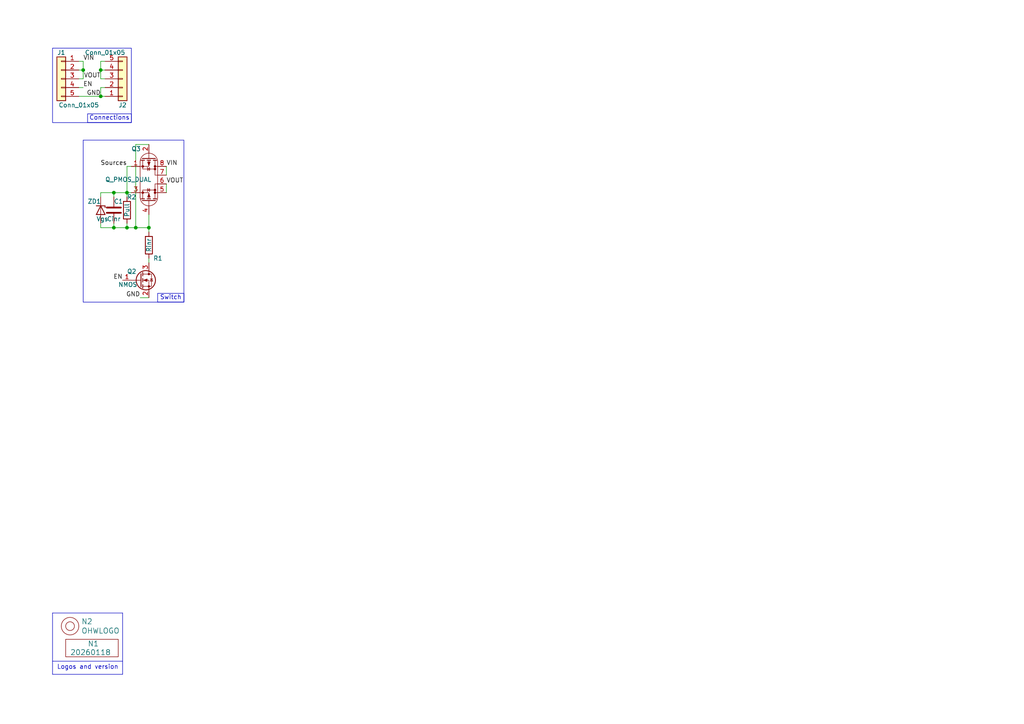
<source format=kicad_sch>
(kicad_sch (version 20250114) (generator "eeschema") (generator_version "9.0")
  (paper "A4")
  (lib_symbols
    (symbol "Connector_Generic:Conn_01x05" (pin_names (offset 1.016) (hide yes))
      (property "Reference" "J" (at 0 7.62 0))
      (property "Value" "Conn_01x05" (at 0 -7.62 0))
      (symbol "Conn_01x05_1_1"
        (rectangle (start -1.27 6.35) (end 1.27 -6.35) (stroke (width 0.254)) (fill (type background)))
        (rectangle (start -1.27 5.207) (end 0 4.953) (stroke (width 0.1524)))
        (rectangle (start -1.27 2.667) (end 0 2.413) (stroke (width 0.1524)))
        (rectangle (start -1.27 0.127) (end 0 -0.127) (stroke (width 0.1524)))
        (rectangle (start -1.27 -2.413) (end 0 -2.667) (stroke (width 0.1524)))
        (rectangle (start -1.27 -4.953) (end 0 -5.207) (stroke (width 0.1524)))
        (pin passive line (at -5.08 5.08 0) (length 3.81) (name "Pin_1") (number "1"))
        (pin passive line (at -5.08 2.54 0) (length 3.81) (name "Pin_2") (number "2"))
        (pin passive line (at -5.08 0 0) (length 3.81) (name "Pin_3") (number "3"))
        (pin passive line (at -5.08 -2.54 0) (length 3.81) (name "Pin_4") (number "4"))
        (pin passive line (at -5.08 -5.08 0) (length 3.81) (name "Pin_5") (number "5"))
      )
    )
    (symbol "Device:C" (pin_numbers (hide yes)) (pin_names (offset 0.254))
      (property "Reference" "C" (at 0.635 2.54 0))
      (property "Value" "C" (at 0.635 -2.54 0))
      (symbol "C_0_1"
        (polyline (pts (xy -2.032 0.762) (xy 2.032 0.762)) (stroke (width 0.508)))
        (polyline (pts (xy -2.032 -0.762) (xy 2.032 -0.762)) (stroke (width 0.508)))
      )
      (symbol "C_1_1"
        (pin passive line (at 0 3.81 270) (length 2.794) (name "~") (number "1"))
        (pin passive line (at 0 -3.81 90) (length 2.794) (name "~") (number "2"))
      )
    )
    (symbol "Device:D_Zener" (pin_numbers (hide yes)) (pin_names (offset 1.016) (hide yes))
      (property "Reference" "D" (at 0 2.54 0))
      (property "Value" "D_Zener" (at 0 -2.54 0))
      (symbol "D_Zener_0_1"
        (polyline (pts (xy -1.27 -1.27) (xy -1.27 1.27) (xy -0.762 1.27)) (stroke (width 0.254)))
        (polyline (pts (xy 1.27 0) (xy -1.27 0)))
        (polyline (pts (xy 1.27 -1.27) (xy 1.27 1.27) (xy -1.27 0) (xy 1.27 -1.27)) (stroke (width 0.254)))
      )
      (symbol "D_Zener_1_1"
        (pin passive line (at -3.81 0 0) (length 2.54) (name "K") (number "1"))
        (pin passive line (at 3.81 0 180) (length 2.54) (name "A") (number "2"))
      )
    )
    (symbol "Device:R" (pin_numbers (hide yes)) (pin_names (offset 0))
      (property "Reference" "R" (at 2.032 0 90))
      (property "Value" "R" (at 0 0 90))
      (symbol "R_0_1"
        (rectangle (start -1.016 -2.54) (end 1.016 2.54) (stroke (width 0.254)))
      )
      (symbol "R_1_1"
        (pin passive line (at 0 3.81 270) (length 1.27) (name "~") (number "1"))
        (pin passive line (at 0 -3.81 90) (length 1.27) (name "~") (number "2"))
      )
    )
    (symbol "SquantorDevice:Q_PMOS_dual_8pin" (pin_names (offset 0) (hide yes))
      (property "Reference" "Q" (at 7.62 2.54 0))
      (property "Value" "Q_PMOS_DUAL" (at 7.62 -2.54 0))
      (symbol "Q_PMOS_dual_8pin_0_1"
        (polyline (pts (xy -6.35 0) (xy -7.62 0)))
        (polyline (pts (xy -6.2992 0) (xy -6.096 0)))
        (polyline (pts (xy -6.096 1.905) (xy -6.096 -1.905) (xy -6.096 -1.905)) (stroke (width 0.254)))
        (polyline (pts (xy -5.588 2.286) (xy -5.588 1.27)) (stroke (width 0.254)))
        (polyline (pts (xy -5.588 1.778) (xy -3.81 1.778)))
        (polyline (pts (xy -5.588 0.508) (xy -5.588 -0.508)) (stroke (width 0.254)))
        (polyline (pts (xy -5.588 0) (xy -3.81 0)))
        (polyline (pts (xy -5.588 -1.27) (xy -5.588 -2.286)) (stroke (width 0.254)))
        (polyline (pts (xy -5.588 -1.778) (xy -3.81 -1.778)))
        (polyline (pts (xy -5.08 2.54) (xy 5.08 2.54)))
        (arc (start -5.091 -2.54) (mid -7.62 0) (end -5.091 2.54))
        (polyline (pts (xy -4.064 0) (xy -5.08 -0.381) (xy -5.08 0.381) (xy -4.064 0)) (fill (type outline)))
        (polyline (pts (xy -3.81 2.54) (xy -3.81 1.778)))
        (circle (center -3.81 1.778) (radius 0.2794) (fill (type outline)))
        (circle (center -3.81 -1.778) (radius 0.2794) (fill (type outline)))
        (polyline (pts (xy -3.81 -1.778) (xy -3.81 0)))
        (polyline (pts (xy -3.81 -1.778) (xy -3.81 -2.54)))
        (polyline (pts (xy -3.81 -1.778) (xy -3.048 -1.778) (xy -3.048 1.778) (xy -3.81 1.778)))
        (polyline (pts (xy -3.556 -0.508) (xy -3.429 -0.381) (xy -2.667 -0.381) (xy -2.54 -0.254)))
        (circle (center -3.048 1.778) (radius 0.2794) (fill (type outline)))
        (polyline (pts (xy -3.048 1.778) (xy -1.27 1.778) (xy -1.27 2.54)))
        (polyline (pts (xy -3.048 -0.381) (xy -3.429 0.254) (xy -2.667 0.254) (xy -3.048 -0.381)))
        (polyline (pts (xy 3.048 1.778) (xy 1.27 1.778) (xy 1.27 2.54)))
        (circle (center 3.048 1.778) (radius 0.2794) (fill (type outline)))
        (polyline (pts (xy 3.048 -0.381) (xy 3.429 0.254) (xy 2.667 0.254) (xy 3.048 -0.381)))
        (polyline (pts (xy 3.556 -0.508) (xy 3.429 -0.381) (xy 2.667 -0.381) (xy 2.54 -0.254)))
        (polyline (pts (xy 3.81 2.54) (xy 3.81 1.778)))
        (circle (center 3.81 1.778) (radius 0.2794) (fill (type outline)))
        (polyline (pts (xy 3.81 -1.778) (xy 3.81 0)))
        (polyline (pts (xy 3.81 -1.778) (xy 3.81 -2.54)))
        (polyline (pts (xy 3.81 -1.778) (xy 3.048 -1.778) (xy 3.048 1.778) (xy 3.81 1.778)))
        (circle (center 3.81 -1.778) (radius 0.2794) (fill (type outline)))
        (polyline (pts (xy 4.064 0) (xy 5.08 -0.381) (xy 5.08 0.381) (xy 4.064 0)) (fill (type outline)))
        (arc (start 5.091 2.54) (mid 7.62 0) (end 5.091 -2.54))
        (polyline (pts (xy 5.08 -2.54) (xy -5.08 -2.54)))
        (polyline (pts (xy 5.588 2.286) (xy 5.588 1.27)) (stroke (width 0.254)))
        (polyline (pts (xy 5.588 1.778) (xy 3.81 1.778)))
        (polyline (pts (xy 5.588 0.508) (xy 5.588 -0.508)) (stroke (width 0.254)))
        (polyline (pts (xy 5.588 0) (xy 3.81 0)))
        (polyline (pts (xy 5.588 -1.27) (xy 5.588 -2.286)) (stroke (width 0.254)))
        (polyline (pts (xy 5.588 -1.778) (xy 3.81 -1.778)))
        (polyline (pts (xy 6.096 1.905) (xy 6.096 -1.905) (xy 6.096 -1.905)) (stroke (width 0.254)))
        (polyline (pts (xy 6.2992 0) (xy 6.096 0)))
        (polyline (pts (xy 7.62 0) (xy 6.35 0)))
      )
      (symbol "Q_PMOS_dual_8pin_1_1"
        (pin input line (at -10.16 0 0) (length 2.54) (name "G1") (number "2"))
        (pin passive line (at -3.81 5.08 270) (length 2.54) (name "D1") (number "8"))
        (pin passive line (at -3.81 -5.08 90) (length 2.54) (name "S1") (number "1"))
        (pin passive line (at -1.27 5.08 270) (length 2.54) (name "D1") (number "7"))
        (pin passive line (at 1.27 5.08 270) (length 2.54) (name "D2") (number "6"))
        (pin passive line (at 3.81 5.08 270) (length 2.54) (name "D2") (number "5"))
        (pin passive line (at 3.81 -5.08 90) (length 2.54) (name "S2") (number "3"))
        (pin input line (at 10.16 0 180) (length 2.54) (name "G2") (number "4"))
      )
    )
    (symbol "SquantorLabels:OHWLOGO" (pin_names (offset 1.016))
      (property "Reference" "N" (at 0 3.81 0))
      (property "Value" "OHWLOGO" (at 0 -3.81 0))
      (symbol "OHWLOGO_0_1"
        (circle (center 0 0) (radius 1.27))
        (circle (center 0 0) (radius 2.54))
      )
    )
    (symbol "SquantorLabels:VYYYYMMDD" (pin_names (offset 1.016))
      (property "Reference" "N" (at 0 2.54 0))
      (property "Value" "VYYYYMMDD" (at 0 0 0))
      (symbol "VYYYYMMDD_0_1"
        (rectangle (start 7.62 -1.27) (end -7.62 3.81))
      )
    )
    (symbol "Transistor_FET:Q_NMOS_GSD" (pin_names (offset 0) (hide yes))
      (property "Reference" "Q" (at 5.08 1.905 0))
      (property "Value" "Q_NMOS_GSD" (at 5.08 0 0))
      (symbol "Q_NMOS_GSD_0_1"
        (polyline (pts (xy 0.254 1.905) (xy 0.254 -1.905)) (stroke (width 0.254)))
        (polyline (pts (xy 0.254 0) (xy -2.54 0)))
        (polyline (pts (xy 0.762 2.286) (xy 0.762 1.27)) (stroke (width 0.254)))
        (polyline (pts (xy 0.762 0.508) (xy 0.762 -0.508)) (stroke (width 0.254)))
        (polyline (pts (xy 0.762 -1.27) (xy 0.762 -2.286)) (stroke (width 0.254)))
        (polyline (pts (xy 0.762 -1.778) (xy 3.302 -1.778) (xy 3.302 1.778) (xy 0.762 1.778)))
        (polyline (pts (xy 1.016 0) (xy 2.032 0.381) (xy 2.032 -0.381) (xy 1.016 0)) (fill (type outline)))
        (circle (center 1.651 0) (radius 2.794) (stroke (width 0.254)))
        (polyline (pts (xy 2.54 2.54) (xy 2.54 1.778)))
        (circle (center 2.54 1.778) (radius 0.254) (fill (type outline)))
        (circle (center 2.54 -1.778) (radius 0.254) (fill (type outline)))
        (polyline (pts (xy 2.54 -2.54) (xy 2.54 0) (xy 0.762 0)))
        (polyline (pts (xy 2.921 0.381) (xy 3.683 0.381)))
        (polyline (pts (xy 3.302 0.381) (xy 2.921 -0.254) (xy 3.683 -0.254) (xy 3.302 0.381)))
      )
      (symbol "Q_NMOS_GSD_1_1"
        (pin input line (at -5.08 0 0) (length 2.54) (name "G") (number "1"))
        (pin passive line (at 2.54 5.08 270) (length 2.54) (name "D") (number "3"))
        (pin passive line (at 2.54 -5.08 90) (length 2.54) (name "S") (number "2"))
      )
    )
  )
  (rectangle (start 24.13 40.64) (end 53.34 87.63))
  (rectangle (start 25.4 33.02) (end 38.1 35.56))
  (rectangle (start 45.72 85.09) (end 53.34 87.63))
  (rectangle (start 15.24 13.97) (end 38.1 35.56))
  (text "Logos and version" (at 16.51 194.31 0) (effects (font (size 1.27 1.27)) (justify left bottom)))
  (text "Connections" (at 31.75 34.29 0) (effects (font (size 1.27 1.27))))
  (text "Switch" (at 49.53 86.36 0) (effects (font (size 1.27 1.27))))
  (junction (at 43.18 66.04))
  (junction (at 33.02 66.04))
  (junction (at 39.37 66.04))
  (junction (at 24.13 20.32))
  (junction (at 29.21 27.94))
  (junction (at 29.21 20.32))
  (junction (at 36.83 66.04))
  (junction (at 33.02 55.88))
  (junction (at 36.83 55.88))
  (wire (pts (xy 30.48 17.78) (xy 29.21 17.78)))
  (wire (pts (xy 43.18 66.04) (xy 43.18 67.31)))
  (wire (pts (xy 22.86 20.32) (xy 24.13 20.32)))
  (wire (pts (xy 40.64 86.36) (xy 43.18 86.36)))
  (wire (pts (xy 29.21 25.4) (xy 29.21 27.94)))
  (wire (pts (xy 36.83 64.77) (xy 36.83 66.04)))
  (wire (pts (xy 24.13 17.78) (xy 24.13 20.32)))
  (wire (pts (xy 22.86 22.86) (xy 24.13 22.86)))
  (polyline (pts (xy 15.24 177.8) (xy 15.24 195.58)))
  (wire (pts (xy 39.37 41.91) (xy 39.37 66.04)))
  (polyline (pts (xy 35.56 177.8) (xy 15.24 177.8)))
  (wire (pts (xy 48.26 48.26) (xy 48.26 50.8)))
  (wire (pts (xy 43.18 62.23) (xy 43.18 66.04)))
  (wire (pts (xy 22.86 27.94) (xy 29.21 27.94)))
  (wire (pts (xy 29.21 55.88) (xy 33.02 55.88)))
  (wire (pts (xy 22.86 25.4) (xy 24.13 25.4)))
  (wire (pts (xy 29.21 66.04) (xy 33.02 66.04)))
  (wire (pts (xy 29.21 27.94) (xy 30.48 27.94)))
  (wire (pts (xy 36.83 55.88) (xy 33.02 55.88)))
  (wire (pts (xy 36.83 55.88) (xy 38.1 55.88)))
  (wire (pts (xy 24.13 22.86) (xy 24.13 20.32)))
  (wire (pts (xy 38.1 48.26) (xy 36.83 48.26)))
  (wire (pts (xy 30.48 25.4) (xy 29.21 25.4)))
  (wire (pts (xy 39.37 66.04) (xy 43.18 66.04)))
  (wire (pts (xy 29.21 17.78) (xy 29.21 20.32)))
  (wire (pts (xy 29.21 57.15) (xy 29.21 55.88)))
  (wire (pts (xy 43.18 74.93) (xy 43.18 76.2)))
  (wire (pts (xy 43.18 41.91) (xy 39.37 41.91)))
  (wire (pts (xy 36.83 48.26) (xy 36.83 55.88)))
  (wire (pts (xy 29.21 64.77) (xy 29.21 66.04)))
  (polyline (pts (xy 35.56 195.58) (xy 35.56 177.8)))
  (polyline (pts (xy 15.24 195.58) (xy 35.56 195.58)))
  (wire (pts (xy 29.21 20.32) (xy 29.21 22.86)))
  (wire (pts (xy 48.26 55.88) (xy 48.26 53.34)))
  (wire (pts (xy 29.21 20.32) (xy 30.48 20.32)))
  (wire (pts (xy 29.21 22.86) (xy 30.48 22.86)))
  (wire (pts (xy 36.83 55.88) (xy 36.83 57.15)))
  (wire (pts (xy 36.83 66.04) (xy 39.37 66.04)))
  (polyline (pts (xy 15.24 191.77) (xy 35.56 191.77)))
  (wire (pts (xy 33.02 66.04) (xy 36.83 66.04)))
  (wire (pts (xy 33.02 55.88) (xy 33.02 57.15)))
  (wire (pts (xy 33.02 64.77) (xy 33.02 66.04)))
  (wire (pts (xy 22.86 17.78) (xy 24.13 17.78)))
  (label "VIN" (at 48.26 48.26 0))
  (label "EN" (at 35.56 81.28 180))
  (label "Sources" (at 36.83 48.26 180))
  (label "VIN" (at 24.13 17.78 0))
  (label "EN" (at 24.13 25.4 0))
  (label "VOUT" (at 29.21 22.86 180))
  (label "VOUT" (at 48.26 53.34 0))
  (label "GND" (at 40.64 86.36 180))
  (label "GND" (at 29.21 27.94 180))
  (symbol (lib_id "SquantorLabels:VYYYYMMDD") (at 26.67 189.23 0) (unit 1)
    (property "Reference" "N1" (at 25.4 186.69 0) (effects (font (size 1.524 1.524)) (justify left)))
    (property "Value" "20260118" (at 20.32 189.23 0) (effects (font (size 1.524 1.524)) (justify left)))
    (property "Footprint" "SquantorLabels:Label_Generic" (effects (hide yes)))
  )
  (symbol (lib_id "SquantorLabels:OHWLOGO") (at 20.32 181.61 0) (unit 1)
    (property "Reference" "N2" (at 23.5712 180.2638 0) (effects (font (size 1.524 1.524)) (justify left)))
    (property "Value" "OHWLOGO" (at 23.5712 182.9562 0) (effects (font (size 1.524 1.524)) (justify left)))
    (property "Footprint" "Symbol:OSHW-Symbol_6.7x6mm_SilkScreen" (effects (hide yes)))
  )
  (symbol (lib_id "Device:R") (at 43.18 71.12 0) (unit 1)
    (property "Reference" "R1" (at 44.45 74.93 0) (effects (justify left)))
    (property "Value" "Rinr" (at 43.18 71.12 90))
    (property "Footprint" "SquantorResistor:R_0603_hand" (effects (hide yes)))
    (property "Description" "Resistor" (effects (hide yes)))
  )
  (symbol (lib_id "Device:C") (at 33.02 60.96 0) (unit 1)
    (property "Reference" "C1" (at 33.02 58.42 0) (effects (justify left)))
    (property "Value" "Cinr" (at 33.02 63.5 0))
    (property "Footprint" "SquantorCapacitor:C_0603" (effects (hide yes)))
    (property "Description" "Unpolarized capacitor" (effects (hide yes)))
  )
  (symbol (lib_id "Device:R") (at 36.83 60.96 0) (unit 1)
    (property "Reference" "R2" (at 36.83 57.15 0) (effects (justify left)))
    (property "Value" "Pull" (at 36.83 60.96 90))
    (property "Footprint" "SquantorResistor:R_0603_hand" (effects (hide yes)))
    (property "Description" "Resistor" (effects (hide yes)))
  )
  (symbol (lib_id "Connector_Generic:Conn_01x05") (at 35.56 22.86 0) (mirror x) (unit 1)
    (property "Reference" "J2" (at 35.56 30.48 0))
    (property "Value" "Conn_01x05" (at 30.48 15.24 0))
    (property "Footprint" "SquantorConnectors:Header-0254-1X05-H010" (effects (hide yes)))
    (property "Description" "Generic connector, single row, 01x05, script generated (kicad-library-utils/schlib/autogen/connector/)" (effects (hide yes)))
  )
  (symbol (lib_id "Device:D_Zener") (at 29.21 60.96 270) (unit 1)
    (property "Reference" "ZD1" (at 25.4 58.42 90) (effects (justify left)))
    (property "Value" "Vgs" (at 27.94 63.5 90) (effects (justify left)))
    (property "Footprint" "SquantorDiodes:SOD-323-nexperia-hand" (effects (hide yes)))
    (property "Description" "Zener diode" (effects (hide yes)))
  )
  (symbol (lib_id "SquantorDevice:Q_PMOS_dual_8pin") (at 43.18 52.07 270) (unit 1)
    (property "Reference" "Q3" (at 38.1 43.18 90) (effects (justify left)))
    (property "Value" "Q_PMOS_DUAL" (at 30.48 52.07 90) (effects (justify left)))
    (property "Footprint" "SquantorIC:SOIC-8" (effects (hide yes)))
    (property "Description" "Transistor P-MOSFET with substrate diode (general)" (effects (hide yes)))
  )
  (symbol (lib_id "Transistor_FET:Q_NMOS_GSD") (at 40.64 81.28 0) (unit 1)
    (property "Reference" "Q2" (at 36.83 78.74 0) (effects (justify left)))
    (property "Value" "NMOS" (at 34.29 82.55 0) (effects (justify left)))
    (property "Footprint" "SquantorIC:SOT23-3" (effects (hide yes)))
    (property "Description" "N-MOSFET transistor, gate/source/drain" (effects (hide yes)))
  )
  (symbol (lib_id "Connector_Generic:Conn_01x05") (at 17.78 22.86 0) (mirror y) (unit 1)
    (property "Reference" "J1" (at 17.78 15.24 0))
    (property "Value" "Conn_01x05" (at 22.86 30.48 0))
    (property "Footprint" "SquantorConnectors:Header-0254-1X05-H010" (effects (hide yes)))
    (property "Description" "Generic connector, single row, 01x05, script generated (kicad-library-utils/schlib/autogen/connector/)" (effects (hide yes)))
  )
)
</source>
